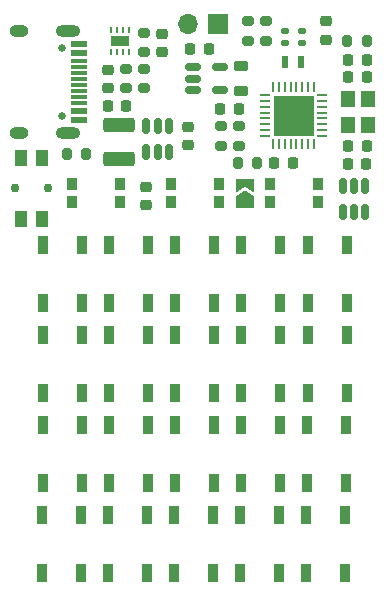
<source format=gbr>
%TF.GenerationSoftware,KiCad,Pcbnew,(6.0.11)*%
%TF.CreationDate,2023-02-01T21:23:03-08:00*%
%TF.ProjectId,Luzy,4c757a79-2e6b-4696-9361-645f70636258,rev?*%
%TF.SameCoordinates,Original*%
%TF.FileFunction,Soldermask,Top*%
%TF.FilePolarity,Negative*%
%FSLAX46Y46*%
G04 Gerber Fmt 4.6, Leading zero omitted, Abs format (unit mm)*
G04 Created by KiCad (PCBNEW (6.0.11)) date 2023-02-01 21:23:03*
%MOMM*%
%LPD*%
G01*
G04 APERTURE LIST*
G04 Aperture macros list*
%AMRoundRect*
0 Rectangle with rounded corners*
0 $1 Rounding radius*
0 $2 $3 $4 $5 $6 $7 $8 $9 X,Y pos of 4 corners*
0 Add a 4 corners polygon primitive as box body*
4,1,4,$2,$3,$4,$5,$6,$7,$8,$9,$2,$3,0*
0 Add four circle primitives for the rounded corners*
1,1,$1+$1,$2,$3*
1,1,$1+$1,$4,$5*
1,1,$1+$1,$6,$7*
1,1,$1+$1,$8,$9*
0 Add four rect primitives between the rounded corners*
20,1,$1+$1,$2,$3,$4,$5,0*
20,1,$1+$1,$4,$5,$6,$7,0*
20,1,$1+$1,$6,$7,$8,$9,0*
20,1,$1+$1,$8,$9,$2,$3,0*%
%AMFreePoly0*
4,1,6,1.000000,0.000000,0.500000,-0.750000,-0.500000,-0.750000,-0.500000,0.750000,0.500000,0.750000,1.000000,0.000000,1.000000,0.000000,$1*%
%AMFreePoly1*
4,1,6,0.500000,-0.750000,-0.650000,-0.750000,-0.150000,0.000000,-0.650000,0.750000,0.500000,0.750000,0.500000,-0.750000,0.500000,-0.750000,$1*%
G04 Aperture macros list end*
%ADD10RoundRect,0.140000X-0.170000X0.140000X-0.170000X-0.140000X0.170000X-0.140000X0.170000X0.140000X0*%
%ADD11FreePoly0,90.000000*%
%ADD12FreePoly1,90.000000*%
%ADD13RoundRect,0.225000X-0.250000X0.225000X-0.250000X-0.225000X0.250000X-0.225000X0.250000X0.225000X0*%
%ADD14R,0.900000X1.500000*%
%ADD15R,1.700000X1.700000*%
%ADD16O,1.700000X1.700000*%
%ADD17R,0.900000X1.000000*%
%ADD18RoundRect,0.150000X-0.512500X-0.150000X0.512500X-0.150000X0.512500X0.150000X-0.512500X0.150000X0*%
%ADD19RoundRect,0.225000X0.250000X-0.225000X0.250000X0.225000X-0.250000X0.225000X-0.250000X-0.225000X0*%
%ADD20RoundRect,0.200000X0.275000X-0.200000X0.275000X0.200000X-0.275000X0.200000X-0.275000X-0.200000X0*%
%ADD21R,1.200000X1.400000*%
%ADD22RoundRect,0.225000X-0.225000X-0.250000X0.225000X-0.250000X0.225000X0.250000X-0.225000X0.250000X0*%
%ADD23RoundRect,0.200000X-0.200000X-0.275000X0.200000X-0.275000X0.200000X0.275000X-0.200000X0.275000X0*%
%ADD24RoundRect,0.200000X-0.275000X0.200000X-0.275000X-0.200000X0.275000X-0.200000X0.275000X0.200000X0*%
%ADD25R,0.600000X1.100000*%
%ADD26RoundRect,0.150000X0.150000X-0.512500X0.150000X0.512500X-0.150000X0.512500X-0.150000X-0.512500X0*%
%ADD27RoundRect,0.062500X-0.062500X0.375000X-0.062500X-0.375000X0.062500X-0.375000X0.062500X0.375000X0*%
%ADD28RoundRect,0.062500X-0.375000X0.062500X-0.375000X-0.062500X0.375000X-0.062500X0.375000X0.062500X0*%
%ADD29R,3.450000X3.450000*%
%ADD30C,0.750000*%
%ADD31R,1.000000X1.450000*%
%ADD32C,0.650000*%
%ADD33R,1.450000X0.600000*%
%ADD34R,1.450000X0.300000*%
%ADD35O,2.100000X1.000000*%
%ADD36O,1.600000X1.000000*%
%ADD37RoundRect,0.150000X-0.150000X0.512500X-0.150000X-0.512500X0.150000X-0.512500X0.150000X0.512500X0*%
%ADD38RoundRect,0.225000X0.225000X0.250000X-0.225000X0.250000X-0.225000X-0.250000X0.225000X-0.250000X0*%
%ADD39R,0.250000X0.500000*%
%ADD40R,1.600000X0.900000*%
%ADD41RoundRect,0.218750X-0.381250X0.218750X-0.381250X-0.218750X0.381250X-0.218750X0.381250X0.218750X0*%
%ADD42RoundRect,0.250000X-1.075000X0.375000X-1.075000X-0.375000X1.075000X-0.375000X1.075000X0.375000X0*%
G04 APERTURE END LIST*
D10*
%TO.C,C8*%
X157607000Y-48034000D03*
X157607000Y-48994000D03*
%TD*%
%TO.C,C7*%
X159004000Y-48034000D03*
X159004000Y-48994000D03*
%TD*%
D11*
%TO.C,JP1*%
X154178000Y-62484000D03*
D12*
X154178000Y-61034000D03*
%TD*%
D13*
%TO.C,C1*%
X142621000Y-51273000D03*
X142621000Y-52823000D03*
%TD*%
D14*
%TO.C,D3*%
X151612991Y-66130000D03*
X148312991Y-66130000D03*
X148312991Y-71030000D03*
X151612991Y-71030000D03*
%TD*%
%TO.C,D20*%
X162686000Y-88990000D03*
X159386000Y-88990000D03*
X159386000Y-93890000D03*
X162686000Y-93890000D03*
%TD*%
D15*
%TO.C,J1*%
X151892000Y-47396000D03*
D16*
X149352000Y-47396000D03*
%TD*%
D17*
%TO.C,SW1*%
X152037000Y-60922000D03*
X147937000Y-60922000D03*
X147937000Y-62522000D03*
X152037000Y-62522000D03*
%TD*%
D18*
%TO.C,U2*%
X149789300Y-51094600D03*
X149789300Y-52044600D03*
X149789300Y-52994600D03*
X152064300Y-52994600D03*
X152064300Y-51094600D03*
%TD*%
D14*
%TO.C,D9*%
X157200991Y-73750000D03*
X153900991Y-73750000D03*
X153900991Y-78650000D03*
X157200991Y-78650000D03*
%TD*%
D13*
%TO.C,C14*%
X161036000Y-47180200D03*
X161036000Y-48730200D03*
%TD*%
D19*
%TO.C,C2*%
X147193000Y-49797000D03*
X147193000Y-48247000D03*
%TD*%
D20*
%TO.C,R3*%
X145669000Y-49825000D03*
X145669000Y-48175000D03*
%TD*%
D14*
%TO.C,D11*%
X140402680Y-81370000D03*
X137102680Y-81370000D03*
X137102680Y-86270000D03*
X140402680Y-86270000D03*
%TD*%
D21*
%TO.C,Y2*%
X162890200Y-53771800D03*
X162890200Y-55971800D03*
X164590200Y-55971800D03*
X164590200Y-53771800D03*
%TD*%
D14*
%TO.C,D5*%
X162876500Y-66130000D03*
X159576500Y-66130000D03*
X159576500Y-71030000D03*
X162876500Y-71030000D03*
%TD*%
D22*
%TO.C,C12*%
X162928000Y-59309000D03*
X164478000Y-59309000D03*
%TD*%
D13*
%TO.C,C15*%
X145796000Y-61201000D03*
X145796000Y-62751000D03*
%TD*%
D23*
%TO.C,R9*%
X139129000Y-58420000D03*
X140779000Y-58420000D03*
%TD*%
D14*
%TO.C,D12*%
X145990680Y-81370000D03*
X142690680Y-81370000D03*
X142690680Y-86270000D03*
X145990680Y-86270000D03*
%TD*%
%TO.C,D8*%
X151612991Y-73750000D03*
X148312991Y-73750000D03*
X148312991Y-78650000D03*
X151612991Y-78650000D03*
%TD*%
%TO.C,D1*%
X140436991Y-66130000D03*
X137136991Y-66130000D03*
X137136991Y-71030000D03*
X140436991Y-71030000D03*
%TD*%
D24*
%TO.C,R1*%
X144145000Y-51212000D03*
X144145000Y-52862000D03*
%TD*%
D22*
%TO.C,C5*%
X149593000Y-49570600D03*
X151143000Y-49570600D03*
%TD*%
D14*
%TO.C,D15*%
X162754680Y-81370000D03*
X159454680Y-81370000D03*
X159454680Y-86270000D03*
X162754680Y-86270000D03*
%TD*%
%TO.C,D14*%
X157166680Y-81370000D03*
X153866680Y-81370000D03*
X153866680Y-86270000D03*
X157166680Y-86270000D03*
%TD*%
%TO.C,D19*%
X157098000Y-88990000D03*
X153798000Y-88990000D03*
X153798000Y-93890000D03*
X157098000Y-93890000D03*
%TD*%
D25*
%TO.C,Y1*%
X157561000Y-50589000D03*
X158961000Y-50589000D03*
%TD*%
D26*
%TO.C,U1*%
X145862000Y-58287500D03*
X146812000Y-58287500D03*
X147762000Y-58287500D03*
X147762000Y-56012500D03*
X146812000Y-56012500D03*
X145862000Y-56012500D03*
%TD*%
D27*
%TO.C,U3*%
X160068200Y-52724300D03*
X159568200Y-52724300D03*
X159068200Y-52724300D03*
X158568200Y-52724300D03*
X158068200Y-52724300D03*
X157568200Y-52724300D03*
X157068200Y-52724300D03*
X156568200Y-52724300D03*
D28*
X155880700Y-53411800D03*
X155880700Y-53911800D03*
X155880700Y-54411800D03*
X155880700Y-54911800D03*
X155880700Y-55411800D03*
X155880700Y-55911800D03*
X155880700Y-56411800D03*
X155880700Y-56911800D03*
D27*
X156568200Y-57599300D03*
X157068200Y-57599300D03*
X157568200Y-57599300D03*
X158068200Y-57599300D03*
X158568200Y-57599300D03*
X159068200Y-57599300D03*
X159568200Y-57599300D03*
X160068200Y-57599300D03*
D28*
X160755700Y-56911800D03*
X160755700Y-56411800D03*
X160755700Y-55911800D03*
X160755700Y-55411800D03*
X160755700Y-54911800D03*
X160755700Y-54411800D03*
X160755700Y-53911800D03*
X160755700Y-53411800D03*
D29*
X158318200Y-55161800D03*
%TD*%
D14*
%TO.C,D4*%
X157200991Y-66130000D03*
X153900991Y-66130000D03*
X153900991Y-71030000D03*
X157200991Y-71030000D03*
%TD*%
%TO.C,D2*%
X146024991Y-66130000D03*
X142724991Y-66130000D03*
X142724991Y-71030000D03*
X146024991Y-71030000D03*
%TD*%
D13*
%TO.C,C4*%
X149352000Y-56121000D03*
X149352000Y-57671000D03*
%TD*%
D30*
%TO.C,SW4*%
X137511000Y-61341000D03*
X134761000Y-61341000D03*
D31*
X135286000Y-58766000D03*
X135286000Y-63916000D03*
X136986000Y-58766000D03*
X136986000Y-63916000D03*
%TD*%
D14*
%TO.C,D13*%
X151578680Y-81370000D03*
X148278680Y-81370000D03*
X148278680Y-86270000D03*
X151578680Y-86270000D03*
%TD*%
%TO.C,D17*%
X145922000Y-88990000D03*
X142622000Y-88990000D03*
X142622000Y-93890000D03*
X145922000Y-93890000D03*
%TD*%
%TO.C,D7*%
X146024991Y-73750000D03*
X142724991Y-73750000D03*
X142724991Y-78650000D03*
X146024991Y-78650000D03*
%TD*%
D24*
%TO.C,R4*%
X152146000Y-56071000D03*
X152146000Y-57721000D03*
%TD*%
D17*
%TO.C,SW3*%
X160419000Y-60922000D03*
X156319000Y-60922000D03*
X160419000Y-62522000D03*
X156319000Y-62522000D03*
%TD*%
D32*
%TO.C,P1*%
X138692000Y-49434000D03*
X138692000Y-55214000D03*
D33*
X140137000Y-49074000D03*
X140137000Y-49874000D03*
D34*
X140137000Y-51074000D03*
X140137000Y-52074000D03*
X140137000Y-52574000D03*
X140137000Y-53574000D03*
D33*
X140137000Y-54774000D03*
X140137000Y-55574000D03*
X140137000Y-55574000D03*
X140137000Y-54774000D03*
D34*
X140137000Y-54074000D03*
X140137000Y-53074000D03*
X140137000Y-51574000D03*
X140137000Y-50574000D03*
D33*
X140137000Y-49874000D03*
X140137000Y-49074000D03*
D35*
X139222000Y-48004000D03*
D36*
X135042000Y-48004000D03*
D35*
X139222000Y-56644000D03*
D36*
X135042000Y-56644000D03*
%TD*%
D37*
%TO.C,U4*%
X164399000Y-61092500D03*
X163449000Y-61092500D03*
X162499000Y-61092500D03*
X162499000Y-63367500D03*
X163449000Y-63367500D03*
X164399000Y-63367500D03*
%TD*%
D38*
%TO.C,C6*%
X153683000Y-54610000D03*
X152133000Y-54610000D03*
%TD*%
D39*
%TO.C,U5*%
X142887000Y-49823000D03*
X143387000Y-49823000D03*
X143887000Y-49823000D03*
X144387000Y-49823000D03*
X144387000Y-47923000D03*
X143887000Y-47923000D03*
X143387000Y-47923000D03*
X142887000Y-47923000D03*
D40*
X143637000Y-48873000D03*
%TD*%
D38*
%TO.C,C10*%
X164515200Y-51933300D03*
X162965200Y-51933300D03*
%TD*%
D23*
%TO.C,R8*%
X162878000Y-48895000D03*
X164528000Y-48895000D03*
%TD*%
%TO.C,R10*%
X153607000Y-59182000D03*
X155257000Y-59182000D03*
%TD*%
D24*
%TO.C,R2*%
X145669000Y-51212000D03*
X145669000Y-52862000D03*
%TD*%
D14*
%TO.C,D18*%
X151510000Y-88990000D03*
X148210000Y-88990000D03*
X148210000Y-93890000D03*
X151510000Y-93890000D03*
%TD*%
D41*
%TO.C,L2*%
X153898600Y-50982100D03*
X153898600Y-53107100D03*
%TD*%
D24*
%TO.C,R6*%
X154432000Y-47181000D03*
X154432000Y-48831000D03*
%TD*%
D14*
%TO.C,D6*%
X140436991Y-73750000D03*
X137136991Y-73750000D03*
X137136991Y-78650000D03*
X140436991Y-78650000D03*
%TD*%
D38*
%TO.C,C11*%
X158255000Y-59182000D03*
X156705000Y-59182000D03*
%TD*%
D17*
%TO.C,SW2*%
X139555000Y-60922000D03*
X143655000Y-60922000D03*
X143655000Y-62522000D03*
X139555000Y-62522000D03*
%TD*%
D22*
%TO.C,C13*%
X162953400Y-50444400D03*
X164503400Y-50444400D03*
%TD*%
D42*
%TO.C,L1*%
X143510000Y-56004000D03*
X143510000Y-58804000D03*
%TD*%
D38*
%TO.C,C3*%
X144158000Y-54356000D03*
X142608000Y-54356000D03*
%TD*%
D22*
%TO.C,C9*%
X162965200Y-57775300D03*
X164515200Y-57775300D03*
%TD*%
D24*
%TO.C,R5*%
X153670000Y-56071000D03*
X153670000Y-57721000D03*
%TD*%
D14*
%TO.C,D16*%
X140334000Y-88990000D03*
X137034000Y-88990000D03*
X137034000Y-93890000D03*
X140334000Y-93890000D03*
%TD*%
D20*
%TO.C,R7*%
X155956000Y-48831000D03*
X155956000Y-47181000D03*
%TD*%
D14*
%TO.C,D10*%
X162876500Y-73750000D03*
X159576500Y-73750000D03*
X159576500Y-78650000D03*
X162876500Y-78650000D03*
%TD*%
M02*

</source>
